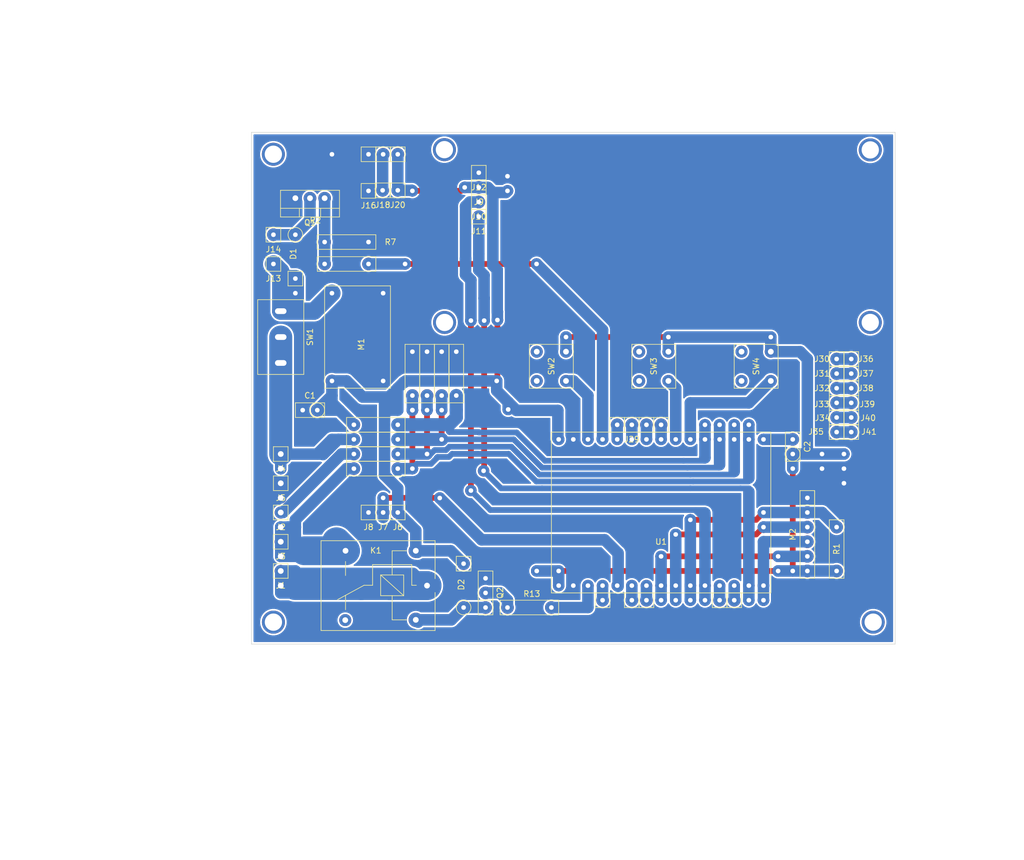
<source format=kicad_pcb>
(kicad_pcb (version 20171130) (host pcbnew "(5.1.6)-1")
  (layers (0 F.Cu signal hide) (31 B.Cu signal hide) (34 B.Paste user hide) (35 F.Paste user hide) (36 B.SilkS user hide) (37 F.SilkS user hide) (38 B.Mask user hide) (39 F.Mask user hide) (44 Edge.Cuts user))
  (net 0 "")
  (net 1 GND)
  (net 2 +5V)
  (net 3 +3V3)
  (net 4 "Net-(C2-Pad2)")
  (net 5 "Net-(D1-Pad2)")
  (net 6 "Net-(D2-Pad2)")
  (net 7 PUMP_IN)
  (net 8 PUMP_OUT)
  (net 9 PUMP2_IN)
  (net 10 LED_DATA)
  (net 11 SDA)
  (net 12 SCL)
  (net 13 +12V)
  (net 14 MISO)
  (net 15 SCLK)
  (net 16 MOSI)
  (net 17 SD_CS)
  (net 18 RELAY)
  (net 19 S_POUT)
  (net 20 S_PIN2)
  (net 21 S_12V)
  (net 22 S_5V)
  (net 23 BUTTON1)
  (net 24 BUTTON2)
  (net 25 BUTTON3)
  (net 26 ALARM)
  (net 27 RAW_12V)
  (net 28 "Net-(J17-Pad1)")
  (net 29 "Net-(Q2-Pad2)")
  (net 30 "Net-(Q1-Pad1)")
  (net 31 "Net-(J21-Pad1)")
  (net 32 "Net-(J22-Pad1)")
  (net 33 "Net-(J23-Pad1)")
  (net 34 "Net-(J24-Pad1)")
  (net 35 "Net-(J25-Pad1)")
  (net 36 "Net-(J26-Pad1)")
  (net 37 "Net-(J27-Pad1)")
  (net 38 "Net-(J28-Pad1)")
  (net 39 "Net-(J29-Pad1)")
  (net 40 "Net-(J30-Pad1)")
  (net 41 "Net-(J31-Pad1)")
  (net 42 "Net-(J32-Pad1)")
  (net 43 "Net-(J33-Pad1)")
  (net 44 "Net-(J34-Pad1)")
  (net 45 "Net-(J35-Pad1)")
  (module cnc3018-PCB:ESP32-DEV_0 (layer F.Cu) (at 71.12 -22.86)
    (fp_text reference U1 (at 0 5.08) (layer F.SilkS))
    (fp_text value ESP32_DEV_0)
    (pad 1 thru_hole circle (at -17.78 -12.7) (size 2 2) (drill 0.8) (layers *.Cu *.Mask) (net 2 +5V))
    (pad 2 thru_hole circle (at -15.24 -12.7) (size 2 2) (drill 0.8) (layers *.Cu *.Mask) (net 1 GND))
    (pad 3 thru_hole circle (at -12.7 -12.7) (size 2 2) (drill 0.8) (layers *.Cu *.Mask) (net 23 BUTTON1))
    (pad 4 thru_hole circle (at -10.16 -12.7) (size 2 2) (drill 0.8) (layers *.Cu *.Mask) (net 26 ALARM))
    (pad 5 thru_hole circle (at -7.62 -12.7) (size 2 2) (drill 0.8) (layers *.Cu *.Mask) (net 34 "Net-(J24-Pad1)"))
    (pad 6 thru_hole circle (at -5.08 -12.7) (size 2 2) (drill 0.8) (layers *.Cu *.Mask) (net 39 "Net-(J29-Pad1)"))
    (pad 7 thru_hole circle (at -2.54 -12.7) (size 2 2) (drill 0.8) (layers *.Cu *.Mask) (net 35 "Net-(J25-Pad1)"))
    (pad 8 thru_hole circle (at 0 -12.7) (size 2 2) (drill 0.8) (layers *.Cu *.Mask) (net 36 "Net-(J26-Pad1)"))
    (pad 9 thru_hole circle (at 2.54 -12.7) (size 2 2) (drill 0.8) (layers *.Cu *.Mask) (net 24 BUTTON2))
    (pad 10 thru_hole circle (at 5.08 -12.7) (size 2 2) (drill 0.8) (layers *.Cu *.Mask) (net 25 BUTTON3))
    (pad 11 thru_hole circle (at 7.62 -12.7) (size 2 2) (drill 0.8) (layers *.Cu *.Mask) (net 22 S_5V))
    (pad 12 thru_hole circle (at 10.16 -12.7) (size 2 2) (drill 0.8) (layers *.Cu *.Mask) (net 21 S_12V))
    (pad 13 thru_hole circle (at 12.7 -12.7) (size 2 2) (drill 0.8) (layers *.Cu *.Mask) (net 20 S_PIN2))
    (pad 14 thru_hole circle (at 15.24 -12.7) (size 2 2) (drill 0.8) (layers *.Cu *.Mask) (net 19 S_POUT))
    (pad 15 thru_hole circle (at 17.78 -12.7) (size 2 2) (drill 0.8) (layers *.Cu *.Mask) (net 4 "Net-(C2-Pad2)"))
    (pad 16 thru_hole circle (at 17.78 12.7) (size 2 2) (drill 0.8) (layers *.Cu *.Mask) (net 16 MOSI))
    (pad 17 thru_hole circle (at 15.24 12.7) (size 2 2) (drill 0.8) (layers *.Cu *.Mask) (net 12 SCL))
    (pad 18 thru_hole circle (at 12.7 12.7) (size 2 2) (drill 0.8) (layers *.Cu *.Mask) (net 38 "Net-(J28-Pad1)"))
    (pad 19 thru_hole circle (at 10.16 12.7) (size 2 2) (drill 0.8) (layers *.Cu *.Mask) (net 37 "Net-(J27-Pad1)"))
    (pad 20 thru_hole circle (at 7.62 12.7) (size 2 2) (drill 0.8) (layers *.Cu *.Mask) (net 11 SDA))
    (pad 21 thru_hole circle (at 5.08 12.7) (size 2 2) (drill 0.8) (layers *.Cu *.Mask) (net 14 MISO))
    (pad 22 thru_hole circle (at 2.54 12.7) (size 2 2) (drill 0.8) (layers *.Cu *.Mask) (net 15 SCLK))
    (pad 23 thru_hole circle (at 0 12.7) (size 2 2) (drill 0.8) (layers *.Cu *.Mask) (net 17 SD_CS))
    (pad 24 thru_hole circle (at -2.54 12.7) (size 2 2) (drill 0.8) (layers *.Cu *.Mask) (net 33 "Net-(J23-Pad1)"))
    (pad 25 thru_hole circle (at -5.08 12.7) (size 2 2) (drill 0.8) (layers *.Cu *.Mask) (net 32 "Net-(J22-Pad1)"))
    (pad 26 thru_hole circle (at -7.62 12.7) (size 2 2) (drill 0.8) (layers *.Cu *.Mask) (net 10 LED_DATA))
    (pad 27 thru_hole circle (at -10.16 12.7) (size 2 2) (drill 0.8) (layers *.Cu *.Mask) (net 31 "Net-(J21-Pad1)"))
    (pad 28 thru_hole circle (at -12.7 12.7) (size 2 2) (drill 0.8) (layers *.Cu *.Mask) (net 18 RELAY))
    (pad 29 thru_hole circle (at -15.24 12.7) (size 2 2) (drill 0.8) (layers *.Cu *.Mask) (net 1 GND))
    (pad 30 thru_hole circle (at -17.78 12.7) (size 2 2) (drill 0.8) (layers *.Cu *.Mask) (net 3 +3V3))
  )
  (module cnc3018-PCB:my1pin (layer F.Cu) (at 20.32 -78.74)
    (fp_text reference J16 (at 0 2.54) (layer F.SilkS))
    (fp_text value LED_GND)
    (pad 1 thru_hole circle (at 0 0) (size 2.2 2.2) (drill 0.8) (layers *.Cu *.Mask) (net 1 GND))
  )
  (module cnc3018-PCB:my2pin (layer F.Cu) (at 11.43 -40.64 180)
    (fp_text reference C1 (at 1.27 2.54) (layer F.SilkS))
    (fp_text value 47uf)
    (pad 2 thru_hole circle (at 2.54 0 180) (size 2.2 2.2) (drill 0.8) (layers *.Cu *.Mask) (net 1 GND))
    (pad 1 thru_hole circle (at 0 0 180) (size 2.2 2.2) (drill 0.8) (layers *.Cu *.Mask) (net 2 +5V))
  )
  (module cnc3018-PCB:my2pin (layer F.Cu) (at 93.98 -33.02 90)
    (fp_text reference C2 (at 1.27 2.54 90) (layer F.SilkS))
    (fp_text value 10uf)
    (pad 1 thru_hole circle (at 0 0 90) (size 2.2 2.2) (drill 0.8) (layers *.Cu *.Mask) (net 3 +3V3))
    (pad 2 thru_hole circle (at 2.54 0 90) (size 2.2 2.2) (drill 0.8) (layers *.Cu *.Mask) (net 4 "Net-(C2-Pad2)"))
  )
  (module cnc3018-PCB:my1pin (layer F.Cu) (at 5.08 -12.7)
    (fp_text reference J1 (at 0 2.54) (layer F.SilkS))
    (fp_text value "PUMP IN")
    (pad 1 thru_hole circle (at 0 0) (size 2.1 2.1) (drill 1) (layers *.Cu *.Mask) (net 7 PUMP_IN))
  )
  (module cnc3018-PCB:my1pin (layer F.Cu) (at 5.08 -17.78)
    (fp_text reference J3 (at 0 2.54) (layer F.SilkS))
    (fp_text value "PUMP OUT")
    (pad 1 thru_hole circle (at 0 0) (size 2.1 2.1) (drill 1) (layers *.Cu *.Mask) (net 8 PUMP_OUT))
  )
  (module cnc3018-PCB:my1pin (layer F.Cu) (at 5.08 -22.86)
    (fp_text reference J2 (at 0 2.54) (layer F.SilkS))
    (fp_text value "PUMP2 IN")
    (pad 1 thru_hole circle (at 0 0) (size 2.1 2.1) (drill 1) (layers *.Cu *.Mask) (net 9 PUMP2_IN))
  )
  (module cnc3018-PCB:my1pin (layer F.Cu) (at 5.08 -33.02)
    (fp_text reference J4 (at 0 2.54) (layer F.SilkS))
    (fp_text value 12V)
    (pad 1 thru_hole circle (at 0 0) (size 2.1 2.1) (drill 1) (layers *.Cu *.Mask) (net 27 RAW_12V))
  )
  (module cnc3018-PCB:my1pin (layer F.Cu) (at 5.08 -27.94)
    (fp_text reference J5 (at 0 2.54) (layer F.SilkS))
    (fp_text value GND)
    (pad 1 thru_hole circle (at 0 0) (size 2.1 2.1) (drill 1) (layers *.Cu *.Mask) (net 1 GND))
  )
  (module cnc3018-PCB:my1pin (layer F.Cu) (at 25.4 -22.86)
    (fp_text reference J6 (at 0 2.54) (layer F.SilkS))
    (fp_text value LED_5V)
    (pad 1 thru_hole circle (at 0 0) (size 2.2 2.2) (drill 0.8) (layers *.Cu *.Mask) (net 2 +5V))
  )
  (module cnc3018-PCB:my1pin (layer F.Cu) (at 22.86 -22.86)
    (fp_text reference J7 (at 0 2.54) (layer F.SilkS))
    (fp_text value LED_DATA)
    (pad 1 thru_hole circle (at 0 0) (size 2.2 2.2) (drill 0.8) (layers *.Cu *.Mask) (net 10 LED_DATA))
  )
  (module cnc3018-PCB:my1pin (layer F.Cu) (at 20.32 -22.86)
    (fp_text reference J8 (at 0 2.54) (layer F.SilkS))
    (fp_text value LED_GND)
    (pad 1 thru_hole circle (at 0 0) (size 2.2 2.2) (drill 0.8) (layers *.Cu *.Mask) (net 1 GND))
  )
  (module cnc3018-PCB:my1pin (layer F.Cu) (at 39.47 -79.34)
    (fp_text reference J9 (at 0 2.54) (layer F.SilkS))
    (fp_text value LCD_5V)
    (pad 1 thru_hole circle (at 0 0) (size 2.2 2.2) (drill 0.8) (layers *.Cu *.Mask) (net 2 +5V))
  )
  (module cnc3018-PCB:my1pin (layer F.Cu) (at 39.47 -76.8)
    (fp_text reference J10 (at 0 2.54) (layer F.SilkS))
    (fp_text value LCD_SDA)
    (pad 1 thru_hole circle (at 0 0) (size 2.2 2.2) (drill 0.8) (layers *.Cu *.Mask) (net 11 SDA))
  )
  (module cnc3018-PCB:my1pin (layer F.Cu) (at 39.47 -74.26)
    (fp_text reference J11 (at 0 2.54) (layer F.SilkS))
    (fp_text value LCD_SCL)
    (pad 1 thru_hole circle (at 0 0) (size 2.2 2.2) (drill 0.8) (layers *.Cu *.Mask) (net 12 SCL))
  )
  (module cnc3018-PCB:my1pin (layer F.Cu) (at 39.47 -81.89)
    (fp_text reference J12 (at 0 2.54) (layer F.SilkS))
    (fp_text value LCD_GND)
    (pad 1 thru_hole circle (at 0 0) (size 2.2 2.2) (drill 0.8) (layers *.Cu *.Mask) (net 1 GND))
  )
  (module cnc3018-PCB:my1pin (layer F.Cu) (at 3.81 -66.04)
    (fp_text reference J13 (at 0 2.54) (layer F.SilkS))
    (fp_text value ALARM+)
    (pad 1 thru_hole circle (at 0 0) (size 2.2 2.2) (drill 0.8) (layers *.Cu *.Mask) (net 13 +12V))
  )
  (module cnc3018-PCB:my1pin (layer F.Cu) (at 3.81 -71.12)
    (fp_text reference J14 (at 0 2.54) (layer F.SilkS))
    (fp_text value ALARM-)
    (pad 1 thru_hole circle (at 0 0) (size 2.2 2.2) (drill 0.8) (layers *.Cu *.Mask) (net 5 "Net-(D1-Pad2)"))
  )
  (module Relay_THT:Relay_SPDT_SANYOU_SRD_Series_Form_C (layer F.Cu) (at 30.48 -10.16 180)
    (fp_text reference K1 (at 8.89 6.096) (layer F.SilkS))
    (fp_text value RELAY)
    (pad 2 thru_hole circle (at 1.95 6.05 270) (size 2.5 2.5) (drill 1) (layers *.Cu *.Mask) (net 2 +5V))
    (pad 3 thru_hole circle (at 14.15 6.05 180) (size 2.1 2.1) (drill 1) (layers *.Cu *.Mask) (net 8 PUMP_OUT))
    (pad 4 thru_hole circle (at 14.2 -6 180) (size 2.1 2.1) (drill 1) (layers *.Cu *.Mask))
    (pad 5 thru_hole circle (at 1.95 -5.95 270) (size 2.5 2.5) (drill 1) (layers *.Cu *.Mask) (net 6 "Net-(D2-Pad2)"))
    (pad 1 thru_hole circle (at 0 0 180) (size 2.1 2.1) (drill 1) (layers *.Cu *.Mask) (net 7 PUMP_IN))
  )
  (module cnc3018-PCB:BUCK01 (layer F.Cu) (at 22.86 -55.88 270)
    (fp_text reference M1 (at 3.81 3.81 90) (layer F.SilkS))
    (fp_text value BUCK01)
    (pad 1 thru_hole circle (at -5.08 0 270) (size 2.2 2.2) (drill 0.8) (layers *.Cu *.Mask) (net 1 GND))
    (pad 2 thru_hole circle (at 10.16 0 270) (size 2.2 2.2) (drill 0.8) (layers *.Cu *.Mask) (net 1 GND))
    (pad 3 thru_hole circle (at 10.16 8.89 270) (size 2.2 2.2) (drill 0.8) (layers *.Cu *.Mask) (net 2 +5V))
    (pad 4 thru_hole circle (at -5.08 8.89 270) (size 2.2 2.2) (drill 0.8) (layers *.Cu *.Mask) (net 13 +12V))
  )
  (module cnc3018-PCB:my6Pin (layer F.Cu) (at 96.52 -25.4 270)
    (fp_text reference M2 (at 6.35 2.54 90) (layer F.SilkS))
    (fp_text value SD_TYP0)
    (pad 1 thru_hole circle (at 0 0 270) (size 2.2 2.2) (drill 0.8) (layers *.Cu *.Mask) (net 1 GND))
    (pad 2 thru_hole circle (at 2.54 0 270) (size 2.2 2.2) (drill 0.8) (layers *.Cu *.Mask) (net 14 MISO))
    (pad 3 thru_hole circle (at 5.08 0 270) (size 2.2 2.2) (drill 0.8) (layers *.Cu *.Mask) (net 15 SCLK))
    (pad 4 thru_hole circle (at 7.62 0 270) (size 2.2 2.2) (drill 0.8) (layers *.Cu *.Mask) (net 16 MOSI))
    (pad 5 thru_hole circle (at 10.16 0 270) (size 2.2 2.2) (drill 0.8) (layers *.Cu *.Mask) (net 17 SD_CS))
    (pad 6 thru_hole circle (at 12.7 0 270) (size 2.2 2.2) (drill 0.8) (layers *.Cu *.Mask) (net 3 +3V3))
  )
  (module cnc3018-PCB:myResistor (layer F.Cu) (at 101.6 -20.32 270)
    (fp_text reference R1 (at 3.81 0 90) (layer F.SilkS))
    (fp_text value 10K)
    (pad 2 thru_hole circle (at 7.62 0 270) (size 2.2 2.2) (drill 0.8) (layers *.Cu *.Mask) (net 3 +3V3))
    (pad 1 thru_hole circle (at 0 0 270) (size 2.2 2.2) (drill 0.8) (layers *.Cu *.Mask) (net 14 MISO))
  )
  (module cnc3018-PCB:myResistor (layer F.Cu) (at 17.78 -30.48)
    (fp_text reference R3)
    (fp_text value 4.7K)
    (pad 1 thru_hole circle (at 0 0) (size 2.2 2.2) (drill 0.8) (layers *.Cu *.Mask) (net 8 PUMP_OUT))
    (pad 2 thru_hole circle (at 7.62 0) (size 2.2 2.2) (drill 0.8) (layers *.Cu *.Mask) (net 19 S_POUT))
  )
  (module cnc3018-PCB:myResistor (layer F.Cu) (at 17.78 -33.02)
    (fp_text reference R4)
    (fp_text value 4.7K)
    (pad 2 thru_hole circle (at 7.62 0) (size 2.2 2.2) (drill 0.8) (layers *.Cu *.Mask) (net 20 S_PIN2))
    (pad 1 thru_hole circle (at 0 0) (size 2.2 2.2) (drill 0.8) (layers *.Cu *.Mask) (net 9 PUMP2_IN))
  )
  (module cnc3018-PCB:myResistor (layer F.Cu) (at 17.78 -35.56)
    (fp_text reference R5)
    (fp_text value 4.7K)
    (pad 2 thru_hole circle (at 7.62 0) (size 2.2 2.2) (drill 0.8) (layers *.Cu *.Mask) (net 21 S_12V))
    (pad 1 thru_hole circle (at 0 0) (size 2.2 2.2) (drill 0.8) (layers *.Cu *.Mask) (net 27 RAW_12V))
  )
  (module cnc3018-PCB:myResistor (layer F.Cu) (at 17.78 -38.1)
    (fp_text reference R6 hide)
    (fp_text value 10K)
    (pad 2 thru_hole circle (at 7.62 0) (size 2.2 2.2) (drill 0.8) (layers *.Cu *.Mask) (net 22 S_5V))
    (pad 1 thru_hole circle (at 0 0) (size 2.2 2.2) (drill 0.8) (layers *.Cu *.Mask) (net 2 +5V))
  )
  (module cnc3018-PCB:myResistor (layer F.Cu) (at 27.94 -43.18 90)
    (fp_text reference R8)
    (fp_text value 1K)
    (pad 2 thru_hole circle (at 7.62 0 90) (size 2.2 2.2) (drill 0.8) (layers *.Cu *.Mask) (net 1 GND))
    (pad 1 thru_hole circle (at 0 0 90) (size 2.2 2.2) (drill 0.8) (layers *.Cu *.Mask) (net 19 S_POUT))
  )
  (module cnc3018-PCB:myResistor (layer F.Cu) (at 30.48 -43.18 90)
    (fp_text reference R9)
    (fp_text value 1K)
    (pad 2 thru_hole circle (at 7.62 0 90) (size 2.2 2.2) (drill 0.8) (layers *.Cu *.Mask) (net 1 GND))
    (pad 1 thru_hole circle (at 0 0 90) (size 2.2 2.2) (drill 0.8) (layers *.Cu *.Mask) (net 20 S_PIN2))
  )
  (module cnc3018-PCB:myResistor (layer F.Cu) (at 33.02 -43.18 90)
    (fp_text reference R10)
    (fp_text value 1K)
    (pad 2 thru_hole circle (at 7.62 0 90) (size 2.2 2.2) (drill 0.8) (layers *.Cu *.Mask) (net 1 GND))
    (pad 1 thru_hole circle (at 0 0 90) (size 2.2 2.2) (drill 0.8) (layers *.Cu *.Mask) (net 21 S_12V))
  )
  (module cnc3018-PCB:myResistor (layer F.Cu) (at 35.56 -43.18 90)
    (fp_text reference R11)
    (fp_text value 10K)
    (pad 2 thru_hole circle (at 7.62 0 90) (size 2.2 2.2) (drill 0.8) (layers *.Cu *.Mask) (net 1 GND))
    (pad 1 thru_hole circle (at 0 0 90) (size 2.2 2.2) (drill 0.8) (layers *.Cu *.Mask) (net 22 S_5V))
  )
  (module cnc3018-PCB:myResistor (layer F.Cu) (at 44.45 -6.35)
    (fp_text reference R13 (at 4.225 -2.375) (layer F.SilkS))
    (fp_text value 1K)
    (pad 1 thru_hole circle (at 0 0) (size 2.2 2.2) (drill 0.8) (layers *.Cu *.Mask) (net 29 "Net-(Q2-Pad2)"))
    (pad 2 thru_hole circle (at 7.62 0) (size 2.2 2.2) (drill 0.8) (layers *.Cu *.Mask) (net 18 RELAY))
  )
  (module cnc3018-PCB:SW_DPDT_BLUE_LEVER (layer F.Cu) (at 5.08 -53.34 90)
    (fp_text reference SW1 (at 0 5.08 90) (layer F.SilkS))
    (fp_text value POWER)
    (pad 2 thru_hole oval (at 0 0 90) (size 2 3) (drill oval 1 2) (layers *.Cu *.Mask) (net 27 RAW_12V))
    (pad 1 thru_hole oval (at -4.5 0 90) (size 2 3) (drill oval 1 2) (layers *.Cu *.Mask) (net 27 RAW_12V))
    (pad 3 thru_hole oval (at 4.5 0 90) (size 2 3) (drill oval 1 2) (layers *.Cu *.Mask) (net 13 +12V))
  )
  (module cnc3018-PCB:BUTTON (layer F.Cu) (at 52.07 -48.26 90)
    (fp_text reference SW2 (at 0 0 90) (layer F.SilkS))
    (fp_text value BUTTON1)
    (pad 3 thru_hole circle (at -2.54 -2.54 90) (size 2.1 2.1) (drill 1) (layers *.Cu *.Mask))
    (pad 4 thru_hole circle (at 2.54 -2.54 90) (size 2.1 2.1) (drill 1) (layers *.Cu *.Mask))
    (pad 2 thru_hole circle (at -2.54 2.54 90) (size 2.1 2.1) (drill 1) (layers *.Cu *.Mask) (net 23 BUTTON1))
    (pad 1 thru_hole circle (at 2.54 2.54 90) (size 2.1 2.1) (drill 1) (layers *.Cu *.Mask) (net 3 +3V3))
  )
  (module cnc3018-PCB:BUTTON (layer F.Cu) (at 69.85 -48.26 90)
    (fp_text reference SW3 (at 0 0 90) (layer F.SilkS))
    (fp_text value BUTTON2)
    (pad 1 thru_hole circle (at 2.54 2.54 90) (size 2.1 2.1) (drill 1) (layers *.Cu *.Mask) (net 3 +3V3))
    (pad 2 thru_hole circle (at -2.54 2.54 90) (size 2.1 2.1) (drill 1) (layers *.Cu *.Mask) (net 24 BUTTON2))
    (pad 4 thru_hole circle (at 2.54 -2.54 90) (size 2.1 2.1) (drill 1) (layers *.Cu *.Mask))
    (pad 3 thru_hole circle (at -2.54 -2.54 90) (size 2.1 2.1) (drill 1) (layers *.Cu *.Mask))
  )
  (module cnc3018-PCB:BUTTON (layer F.Cu) (at 87.63 -48.26 90)
    (fp_text reference SW4 (at 0 0 90) (layer F.SilkS))
    (fp_text value BUTTON3)
    (pad 3 thru_hole circle (at -2.54 -2.54 90) (size 2.1 2.1) (drill 1) (layers *.Cu *.Mask))
    (pad 4 thru_hole circle (at 2.54 -2.54 90) (size 2.1 2.1) (drill 1) (layers *.Cu *.Mask))
    (pad 2 thru_hole circle (at -2.54 2.54 90) (size 2.1 2.1) (drill 1) (layers *.Cu *.Mask) (net 25 BUTTON3))
    (pad 1 thru_hole circle (at 2.54 2.54 90) (size 2.1 2.1) (drill 1) (layers *.Cu *.Mask) (net 3 +3V3))
  )
  (module cnc3018-PCB:my1pin (layer F.Cu) (at 20.32 -85.09 90)
    (fp_text reference J15)
    (fp_text value LED_GND)
    (pad 1 thru_hole circle (at 0 0 90) (size 2.2 2.2) (drill 0.8) (layers *.Cu *.Mask) (net 1 GND))
  )
  (module cnc3018-PCB:my1pin (layer F.Cu) (at 22.86 -85.09)
    (fp_text reference J17)
    (fp_text value LED_DATA)
    (pad 1 thru_hole circle (at 0 0) (size 2.2 2.2) (drill 0.8) (layers *.Cu *.Mask) (net 28 "Net-(J17-Pad1)"))
  )
  (module cnc3018-PCB:my1pin (layer F.Cu) (at 22.770001 -78.829999)
    (fp_text reference J18 (at 0 2.54) (layer F.SilkS))
    (fp_text value LED_DATA)
    (pad 1 thru_hole circle (at 0 0) (size 2.2 2.2) (drill 0.8) (layers *.Cu *.Mask) (net 28 "Net-(J17-Pad1)"))
  )
  (module cnc3018-PCB:my1pin (layer F.Cu) (at 25.4 -85.09)
    (fp_text reference J19)
    (fp_text value LED_5V)
    (pad 1 thru_hole circle (at 0 0) (size 2.2 2.2) (drill 0.8) (layers *.Cu *.Mask) (net 2 +5V))
  )
  (module cnc3018-PCB:my1pin (layer F.Cu) (at 25.4 -78.829999)
    (fp_text reference J20 (at 0 2.54) (layer F.SilkS))
    (fp_text value LED_5V)
    (pad 1 thru_hole circle (at 0 0) (size 2.2 2.2) (drill 0.8) (layers *.Cu *.Mask) (net 2 +5V))
  )
  (module cnc3018-PCB:my3pin (layer F.Cu) (at 40.64 -8.89 90)
    (fp_text reference Q2 (at 0 2.54 90) (layer F.SilkS))
    (fp_text value BCS547)
    (pad 1 thru_hole circle (at -2.54 0 90) (size 2.2 2.2) (drill 0.8) (layers *.Cu *.Mask) (net 6 "Net-(D2-Pad2)"))
    (pad 2 thru_hole circle (at 0 0 90) (size 2.2 2.2) (drill 0.8) (layers *.Cu *.Mask) (net 29 "Net-(Q2-Pad2)"))
    (pad 3 thru_hole circle (at 2.54 0 90) (size 2.2 2.2) (drill 0.8) (layers *.Cu *.Mask) (net 1 GND))
  )
  (module cnc3018-PCB:mySkip2 (layer F.Cu) (at 36.83 -13.97 270)
    (fp_text reference D2 (at 3.645 0.405 90) (layer F.SilkS))
    (fp_text value 1N4005)
    (pad 1 thru_hole circle (at 0 0 270) (size 2.2 2.2) (drill 0.8) (layers *.Cu *.Mask) (net 2 +5V))
    (pad 2 thru_hole circle (at 7.62 0 270) (size 2.2 2.2) (drill 0.8) (layers *.Cu *.Mask) (net 6 "Net-(D2-Pad2)"))
  )
  (module Package_TO_SOT_THT:TO-220-3_Vertical (layer F.Cu) (at 12.7 -77.47 180)
    (fp_text reference Q1 (at 2.54 -4.27) (layer F.SilkS))
    (fp_text value IRLZ44N)
    (pad 1 thru_hole circle (at 0 0 180) (size 2.2 2.2) (drill 1) (layers *.Cu *.Mask) (net 30 "Net-(Q1-Pad1)"))
    (pad 2 thru_hole circle (at 2.54 0 180) (size 2.2 2.2) (drill 1) (layers *.Cu *.Mask) (net 5 "Net-(D1-Pad2)"))
    (pad 3 thru_hole circle (at 5.08 0 180) (size 2.2 2.2) (drill 1) (layers *.Cu *.Mask) (net 1 GND))
  )
  (module cnc3018-PCB:myResistor (layer F.Cu) (at 20.32 -66.04 180)
    (fp_text reference R2 (at 9.217999 7.559999) (layer F.SilkS))
    (fp_text value 220)
    (pad 1 thru_hole circle (at 0 0 180) (size 2.2 2.2) (drill 0.8) (layers *.Cu *.Mask) (net 26 ALARM))
    (pad 2 thru_hole circle (at 7.62 0 180) (size 2.2 2.2) (drill 0.8) (layers *.Cu *.Mask) (net 30 "Net-(Q1-Pad1)"))
  )
  (module cnc3018-PCB:myResistor (layer F.Cu) (at 12.7 -69.85)
    (fp_text reference R7 (at 11.43 0) (layer F.SilkS))
    (fp_text value 10K)
    (pad 2 thru_hole circle (at 7.62 0) (size 2.2 2.2) (drill 0.8) (layers *.Cu *.Mask) (net 1 GND))
    (pad 1 thru_hole circle (at 0 0) (size 2.2 2.2) (drill 0.8) (layers *.Cu *.Mask) (net 30 "Net-(Q1-Pad1)"))
  )
  (module cnc3018-PCB:mySkip2 (layer F.Cu) (at 7.62 -63.5 90)
    (fp_text reference D1 (at 4.275 -0.37 90) (layer F.SilkS))
    (fp_text value 1N5818)
    (pad 1 thru_hole circle (at 0 0 90) (size 2.2 2.2) (drill 0.8) (layers *.Cu *.Mask) (net 13 +12V))
    (pad 2 thru_hole circle (at 7.62 0 90) (size 2.2 2.2) (drill 0.8) (layers *.Cu *.Mask) (net 5 "Net-(D1-Pad2)"))
  )
  (module cnc3018-PCB:my1pin (layer F.Cu) (at 60.96 -7.62)
    (fp_text reference J21)
    (fp_text value AUX)
    (pad 1 thru_hole circle (at 0 0) (size 2.2 2.2) (drill 0.8) (layers *.Cu *.Mask) (net 31 "Net-(J21-Pad1)"))
  )
  (module cnc3018-PCB:my1pin (layer F.Cu) (at 66.04 -7.62)
    (fp_text reference J22)
    (fp_text value AUX)
    (pad 1 thru_hole circle (at 0 0) (size 2.2 2.2) (drill 0.8) (layers *.Cu *.Mask) (net 32 "Net-(J22-Pad1)"))
  )
  (module cnc3018-PCB:my1pin (layer F.Cu) (at 68.58 -7.62)
    (fp_text reference J23)
    (fp_text value AUX)
    (pad 1 thru_hole circle (at 0 0) (size 2.2 2.2) (drill 0.8) (layers *.Cu *.Mask) (net 33 "Net-(J23-Pad1)"))
  )
  (module cnc3018-PCB:my1pin (layer F.Cu) (at 63.5 -38.1)
    (fp_text reference J24)
    (fp_text value AUX)
    (pad 1 thru_hole circle (at 0 0) (size 2.2 2.2) (drill 0.8) (layers *.Cu *.Mask) (net 34 "Net-(J24-Pad1)"))
  )
  (module cnc3018-PCB:my1pin (layer F.Cu) (at 68.58 -38.1)
    (fp_text reference J25)
    (fp_text value AUX)
    (pad 1 thru_hole circle (at 0 0) (size 2.2 2.2) (drill 0.8) (layers *.Cu *.Mask) (net 35 "Net-(J25-Pad1)"))
  )
  (module cnc3018-PCB:my1pin (layer F.Cu) (at 71.12 -38.1)
    (fp_text reference J26)
    (fp_text value AUX)
    (pad 1 thru_hole circle (at 0 0) (size 2.2 2.2) (drill 0.8) (layers *.Cu *.Mask) (net 36 "Net-(J26-Pad1)"))
  )
  (module cnc3018-PCB:my1pin (layer F.Cu) (at 81.28 -7.62)
    (fp_text reference J27)
    (fp_text value AUX)
    (pad 1 thru_hole circle (at 0 0) (size 2.2 2.2) (drill 0.8) (layers *.Cu *.Mask) (net 37 "Net-(J27-Pad1)"))
  )
  (module cnc3018-PCB:my1pin (layer F.Cu) (at 83.82 -7.62)
    (fp_text reference J28)
    (fp_text value AUX)
    (pad 1 thru_hole circle (at 0 0) (size 2.2 2.2) (drill 0.8) (layers *.Cu *.Mask) (net 38 "Net-(J28-Pad1)"))
  )
  (module cnc3018-PCB:my1pin (layer F.Cu) (at 66.04 -38.1)
    (fp_text reference J29 (at 0 2.54) (layer F.SilkS))
    (fp_text value AUX)
    (pad 1 thru_hole circle (at 0 0) (size 2.2 2.2) (drill 0.8) (layers *.Cu *.Mask) (net 39 "Net-(J29-Pad1)"))
  )
  (module cnc3018-PCB:my1pin (layer F.Cu) (at 101.6 -49.53)
    (fp_text reference J30 (at -2.54 0) (layer F.SilkS))
    (fp_text value AUX hide)
    (pad 1 thru_hole circle (at 0 0) (size 2.2 2.2) (drill 0.8) (layers *.Cu *.Mask) (net 40 "Net-(J30-Pad1)"))
  )
  (module cnc3018-PCB:my1pin (layer F.Cu) (at 101.6 -46.99)
    (fp_text reference J31 (at -2.54 0) (layer F.SilkS))
    (fp_text value AUX)
    (pad 1 thru_hole circle (at 0 0) (size 2.2 2.2) (drill 0.8) (layers *.Cu *.Mask) (net 41 "Net-(J31-Pad1)"))
  )
  (module cnc3018-PCB:my1pin (layer F.Cu) (at 101.6 -44.45)
    (fp_text reference J32 (at -2.54 0) (layer F.SilkS))
    (fp_text value AUX)
    (pad 1 thru_hole circle (at 0 0) (size 2.2 2.2) (drill 0.8) (layers *.Cu *.Mask) (net 42 "Net-(J32-Pad1)"))
  )
  (module cnc3018-PCB:my1pin (layer F.Cu) (at 101.6 -41.91)
    (fp_text reference J33 (at -2.600001 0.239999) (layer F.SilkS))
    (fp_text value AUX)
    (pad 1 thru_hole circle (at 0 0) (size 2.2 2.2) (drill 0.8) (layers *.Cu *.Mask) (net 43 "Net-(J33-Pad1)"))
  )
  (module cnc3018-PCB:my1pin (layer F.Cu) (at 101.6 -39.37)
    (fp_text reference J34 (at -2.450001 0.089999) (layer F.SilkS))
    (fp_text value AUX)
    (pad 1 thru_hole circle (at 0 0) (size 2.2 2.2) (drill 0.8) (layers *.Cu *.Mask) (net 44 "Net-(J34-Pad1)"))
  )
  (module cnc3018-PCB:my1pin (layer F.Cu) (at 101.6 -36.83)
    (fp_text reference J35 (at -3.570001 -0.060001) (layer F.SilkS))
    (fp_text value AUX)
    (pad 1 thru_hole circle (at 0 0) (size 2.2 2.2) (drill 0.8) (layers *.Cu *.Mask) (net 45 "Net-(J35-Pad1)"))
  )
  (module cnc3018-PCB:my1pin (layer F.Cu) (at 104.14 -49.53)
    (fp_text reference J36 (at 2.54 0) (layer F.SilkS))
    (fp_text value AUX)
    (pad 1 thru_hole circle (at 0 0) (size 2.2 2.2) (drill 0.8) (layers *.Cu *.Mask) (net 40 "Net-(J30-Pad1)"))
  )
  (module cnc3018-PCB:my1pin (layer F.Cu) (at 104.14 -46.99)
    (fp_text reference J37 (at 2.54 0) (layer F.SilkS))
    (fp_text value AUX)
    (pad 1 thru_hole circle (at 0 0) (size 2.2 2.2) (drill 0.8) (layers *.Cu *.Mask) (net 41 "Net-(J31-Pad1)"))
  )
  (module cnc3018-PCB:my1pin (layer F.Cu) (at 104.14 -44.45)
    (fp_text reference J38 (at 2.54 0) (layer F.SilkS))
    (fp_text value AUX)
    (pad 1 thru_hole circle (at 0 0) (size 2.2 2.2) (drill 0.8) (layers *.Cu *.Mask) (net 42 "Net-(J32-Pad1)"))
  )
  (module cnc3018-PCB:my1pin (layer F.Cu) (at 104.14 -41.91)
    (fp_text reference J39 (at 2.779999 0.239999) (layer F.SilkS))
    (fp_text value AUX)
    (pad 1 thru_hole circle (at 0 0) (size 2.2 2.2) (drill 0.8) (layers *.Cu *.Mask) (net 43 "Net-(J33-Pad1)"))
  )
  (module cnc3018-PCB:my1pin (layer F.Cu) (at 104.14 -39.37)
    (fp_text reference J40 (at 2.929999 0.089999) (layer F.SilkS))
    (fp_text value AUX)
    (pad 1 thru_hole circle (at 0 0) (size 2.2 2.2) (drill 0.8) (layers *.Cu *.Mask) (net 44 "Net-(J34-Pad1)"))
  )
  (module cnc3018-PCB:my1pin (layer F.Cu) (at 104.14 -36.83)
    (fp_text reference J41 (at 3.079999 -0.060001) (layer F.SilkS))
    (fp_text value AUX)
    (pad 1 thru_hole circle (at 0 0) (size 2.2 2.2) (drill 0.8) (layers *.Cu *.Mask) (net 45 "Net-(J35-Pad1)"))
  )
  (gr_line (start 111.76 -88.9) (end 0 -88.9) (layer Edge.Cuts) (width 0.1))
  (gr_line (start 111.76 0) (end 111.76 -88.9) (layer Edge.Cuts) (width 0.1))
  (gr_line (start 0 0) (end 111.76 0) (layer Edge.Cuts) (width 0.1))
  (gr_line (start 0 -88.9) (end 0 0) (layer Edge.Cuts) (width 0.1))
  (via (at 107.442 -85.852) (size 4) (drill 3) (layers F.Cu B.Cu) (net 0))
  (via (at 107.95 -3.81) (size 4) (drill 3) (layers F.Cu B.Cu) (net 0))
  (via (at 33.528 -55.88) (size 4) (drill 3) (layers F.Cu B.Cu) (net 0))
  (via (at 3.81 -3.81) (size 4) (drill 3) (layers F.Cu B.Cu) (net 0))
  (via (at 107.442 -55.88) (size 4) (drill 3) (layers F.Cu B.Cu) (net 0))
  (via (at 33.5 -85.9) (size 4) (drill 3) (layers F.Cu B.Cu) (net 0))
  (via (at 3.8 -85.1) (size 4) (drill 3) (layers F.Cu B.Cu) (net 0))
  (via (at 99.06 -30.48) (size 2) (drill 0.8) (layers F.Cu B.Cu) (net 1))
  (via (at 102.87 -30.48) (size 2) (drill 0.8) (layers F.Cu B.Cu) (net 1))
  (via (at 44.45 -81.28) (size 2) (drill 0.8) (layers F.Cu B.Cu) (net 1))
  (via (at 13.97 -85.09) (size 2) (drill 0.8) (layers F.Cu B.Cu) (net 1))
  (via (at 102.87 -27.94) (size 2) (drill 0.8) (layers F.Cu B.Cu) (net 1))
  (via (at 5.08 -25.4) (size 2) (drill 1) (layers F.Cu B.Cu) (net 1))
  (segment (start 13.97 -45.72) (end 16.51 -45.72) (width 2) (layer B.Cu) (net 2))
  (segment (start 28.53 -19.73) (end 28.53 -16.21) (width 2) (layer B.Cu) (net 2))
  (segment (start 13.97 -43.18) (end 11.43 -40.64) (width 2) (layer B.Cu) (net 2))
  (segment (start 15.24 -40.64) (end 17.78 -38.1) (width 2) (layer B.Cu) (net 2))
  (segment (start 11.43 -40.64) (end 15.24 -40.64) (width 2) (layer B.Cu) (net 2))
  (segment (start 13.97 -41.91) (end 15.24 -40.64) (width 2) (layer B.Cu) (net 2))
  (segment (start 13.97 -43.18) (end 13.97 -41.91) (width 2) (layer B.Cu) (net 2))
  (segment (start 25.4 -22.86) (end 27.305 -20.955) (width 2) (layer B.Cu) (net 2))
  (segment (start 27.305 -20.955) (end 28.53 -19.73) (width 2) (layer B.Cu) (net 2))
  (segment (start 13.97 -45.72) (end 13.97 -44.45) (width 2) (layer B.Cu) (net 2))
  (segment (start 13.97 -44.45) (end 13.97 -43.18) (width 2) (layer B.Cu) (net 2))
  (segment (start 16.51 -45.72) (end 17.145 -45.085) (width 2) (layer B.Cu) (net 2))
  (segment (start 18.415 -43.815) (end 16.51 -45.72) (width 2) (layer B.Cu) (net 2))
  (segment (start 17.145 -45.085) (end 18.415 -43.815) (width 2) (layer B.Cu) (net 2))
  (via (at 27.94 -78.74) (size 2) (drill 0.8) (layers F.Cu B.Cu) (net 2))
  (segment (start 39.47 -79.34) (end 37.0174 -79.34) (width 2) (layer B.Cu) (net 2))
  (segment (start 37.0174 -79.34) (end 37.0174 -79.34) (width 2) (layer B.Cu) (net 2))
  (via (at 37.0174 -79.34) (size 2) (drill 0.8) (layers F.Cu B.Cu) (net 2))
  (segment (start 18.415 -43.815) (end 19.304 -42.926) (width 2) (layer B.Cu) (net 2))
  (segment (start 19.304 -42.926) (end 23.876 -42.926) (width 2) (layer B.Cu) (net 2))
  (segment (start 23.099999 -29.351001) (end 23.099999 -42.149999) (width 2) (layer B.Cu) (net 2))
  (segment (start 23.099999 -42.149999) (end 23.876 -42.926) (width 2) (layer B.Cu) (net 2))
  (segment (start 28.82002 -15.91998) (end 28.53 -16.21) (width 2) (layer B.Cu) (net 2))
  (segment (start 25.4 -27.051) (end 25.4 -22.86) (width 2) (layer B.Cu) (net 2))
  (segment (start 23.099999 -29.351001) (end 25.4 -27.051) (width 2) (layer B.Cu) (net 2))
  (segment (start 27.850001 -78.829999) (end 27.94 -78.74) (width 2) (layer B.Cu) (net 2))
  (segment (start 25.4 -78.829999) (end 27.850001 -78.829999) (width 2) (layer B.Cu) (net 2))
  (segment (start 36.4174 -78.74) (end 37.0174 -79.34) (width 1) (layer F.Cu) (net 2))
  (segment (start 27.94 -78.74) (end 36.4174 -78.74) (width 1) (layer F.Cu) (net 2))
  (segment (start 41.91 -78.455634) (end 41.91 -65.786) (width 2) (layer B.Cu) (net 2))
  (segment (start 41.025634 -79.34) (end 41.91 -78.455634) (width 2) (layer B.Cu) (net 2))
  (segment (start 41.91 -65.786) (end 42.672 -65.024) (width 2) (layer B.Cu) (net 2))
  (segment (start 39.47 -79.34) (end 41.025634 -79.34) (width 2) (layer B.Cu) (net 2))
  (segment (start 34.59 -16.21) (end 36.83 -13.97) (width 2) (layer B.Cu) (net 2))
  (segment (start 28.53 -16.21) (end 34.59 -16.21) (width 2) (layer B.Cu) (net 2))
  (segment (start 42.672 -57.772) (end 42.7 -57.744) (width 2) (layer B.Cu) (net 2))
  (segment (start 42.672 -65.024) (end 42.672 -57.772) (width 2) (layer B.Cu) (net 2))
  (segment (start 42.7 -57.744) (end 42.7 -56.3) (width 2) (layer B.Cu) (net 2))
  (segment (start 26.430001 -45.480001) (end 26.557001 -45.480001) (width 2) (layer B.Cu) (net 2))
  (segment (start 26.797 -45.72) (end 42.58 -45.72) (width 2) (layer B.Cu) (net 2))
  (segment (start 26.557001 -45.480001) (end 26.797 -45.72) (width 2) (layer B.Cu) (net 2))
  (segment (start 42.7 -56.3) (end 42.7 -56.3) (width 2) (layer B.Cu) (net 2))
  (via (at 42.7 -56.3) (size 2) (drill 0.8) (layers F.Cu B.Cu) (net 2))
  (segment (start 42.58 -45.72) (end 42.58 -45.72) (width 2) (layer B.Cu) (net 2))
  (via (at 42.58 -45.72) (size 2) (drill 0.8) (layers F.Cu B.Cu) (net 2))
  (segment (start 42.7 -45.84) (end 42.58 -45.72) (width 1) (layer F.Cu) (net 2))
  (segment (start 42.7 -56.3) (end 42.7 -45.84) (width 1) (layer F.Cu) (net 2))
  (segment (start 42.58 -45.72) (end 42.58 -44.02) (width 2) (layer B.Cu) (net 2))
  (segment (start 46 -40.6) (end 53.2 -40.6) (width 2) (layer B.Cu) (net 2))
  (segment (start 53.2 -35.7) (end 53.34 -35.56) (width 2) (layer B.Cu) (net 2))
  (segment (start 53.2 -40.6) (end 53.2 -35.7) (width 2) (layer B.Cu) (net 2))
  (segment (start 25.4 -78.829999) (end 25.4 -85.09) (width 2) (layer B.Cu) (net 2))
  (segment (start 44.57 -42.03) (end 44.57 -40.76) (width 2) (layer B.Cu) (net 2))
  (segment (start 44.57 -42.03) (end 46 -40.6) (width 2) (layer B.Cu) (net 2))
  (segment (start 42.58 -44.02) (end 44.57 -42.03) (width 2) (layer B.Cu) (net 2))
  (segment (start 44.57 -40.76) (end 44.57 -40.76) (width 2) (layer B.Cu) (net 2))
  (via (at 44.57 -40.76) (size 2) (drill 0.8) (layers F.Cu B.Cu) (net 2))
  (segment (start 41.91 -78.455634) (end 44.165634 -78.455634) (width 2) (layer B.Cu) (net 2))
  (segment (start 44.165634 -78.455634) (end 44.45 -78.74) (width 2) (layer B.Cu) (net 2))
  (segment (start 44.45 -78.74) (end 44.45 -78.74) (width 2) (layer B.Cu) (net 2))
  (via (at 44.45 -78.74) (size 2) (drill 0.8) (layers F.Cu B.Cu) (net 2))
  (segment (start 25.4 -44.45) (end 25.4 -40.64) (width 2) (layer B.Cu) (net 2))
  (segment (start 25.4 -44.45) (end 26.430001 -45.480001) (width 2) (layer B.Cu) (net 2))
  (segment (start 23.876 -42.926) (end 25.4 -44.45) (width 2) (layer B.Cu) (net 2))
  (segment (start 25.4 -40.64) (end 24.13 -40.64) (width 2) (layer B.Cu) (net 2))
  (segment (start 24.13 -40.64) (end 24.13 -41.91) (width 2) (layer B.Cu) (net 2))
  (segment (start 96.52 -12.7) (end 93.98 -12.7) (width 2) (layer B.Cu) (net 3))
  (segment (start 96.52 -12.7) (end 101.6 -12.7) (width 2) (layer B.Cu) (net 3))
  (segment (start 91.44 -12.7) (end 91.44 -12.7) (width 2) (layer B.Cu) (net 3))
  (via (at 91.44 -12.7) (size 2) (drill 0.8) (layers F.Cu B.Cu) (net 3))
  (via (at 53.34 -12.7) (size 2) (drill 0.8) (layers F.Cu B.Cu) (net 3))
  (segment (start 93.98 -12.7) (end 91.44 -12.7) (width 2) (layer B.Cu) (net 3))
  (via (at 93.98 -12.7) (size 2) (drill 0.8) (layers F.Cu B.Cu) (net 3))
  (via (at 93.98 -30.48) (size 2) (drill 0.8) (layers F.Cu B.Cu) (net 3))
  (segment (start 53.34 -10.16) (end 53.34 -12.7) (width 2) (layer B.Cu) (net 3))
  (segment (start 91.44 -12.7) (end 53.34 -12.7) (width 1) (layer F.Cu) (net 3))
  (segment (start 93.98 -33.02) (end 96.52 -33.02) (width 2) (layer B.Cu) (net 3))
  (segment (start 93.98 -12.7) (end 93.98 -29.21) (width 1) (layer F.Cu) (net 3))
  (segment (start 93.98 -33.02) (end 93.98 -30.48) (width 2) (layer B.Cu) (net 3))
  (segment (start 93.98 -29.21) (end 93.98 -30.48) (width 1) (layer F.Cu) (net 3))
  (segment (start 96.52 -33.02) (end 96.52 -49.53) (width 2) (layer B.Cu) (net 3))
  (segment (start 95.25 -50.8) (end 90.17 -50.8) (width 2) (layer B.Cu) (net 3))
  (segment (start 96.52 -49.53) (end 95.25 -50.8) (width 2) (layer B.Cu) (net 3))
  (segment (start 54.61 -50.8) (end 54.61 -53.34) (width 2) (layer B.Cu) (net 3))
  (segment (start 72.39 -50.8) (end 72.39 -53.34) (width 2) (layer B.Cu) (net 3))
  (segment (start 90.17 -50.8) (end 90.17 -53.34) (width 2) (layer B.Cu) (net 3))
  (segment (start 54.61 -53.34) (end 54.61 -53.34) (width 2) (layer B.Cu) (net 3))
  (via (at 54.61 -53.34) (size 2) (drill 0.8) (layers F.Cu B.Cu) (net 3))
  (segment (start 72.39 -53.34) (end 72.39 -53.34) (width 2) (layer B.Cu) (net 3))
  (via (at 72.39 -53.34) (size 2) (drill 0.8) (layers F.Cu B.Cu) (net 3))
  (segment (start 90.17 -53.34) (end 90.17 -53.34) (width 2) (layer B.Cu) (net 3))
  (via (at 90.17 -53.34) (size 2) (drill 0.8) (layers F.Cu B.Cu) (net 3))
  (segment (start 54.61 -53.34) (end 72.39 -53.34) (width 1) (layer F.Cu) (net 3))
  (segment (start 72.39 -53.34) (end 90.17 -53.34) (width 2) (layer B.Cu) (net 3))
  (segment (start 96.52 -33.02) (end 99.06 -33.02) (width 2) (layer B.Cu) (net 3))
  (segment (start 102.87 -33.02) (end 102.87 -33.02) (width 2) (layer B.Cu) (net 3))
  (via (at 102.87 -33.02) (size 2) (drill 0.8) (layers F.Cu B.Cu) (net 3))
  (segment (start 99.06 -33.02) (end 102.87 -33.02) (width 2) (layer B.Cu) (net 3))
  (via (at 99.06 -33.02) (size 2) (drill 0.8) (layers F.Cu B.Cu) (net 3))
  (segment (start 53.34 -12.7) (end 49.53 -12.7) (width 2) (layer B.Cu) (net 3))
  (segment (start 49.53 -12.7) (end 49.53 -12.7) (width 2) (layer B.Cu) (net 3))
  (via (at 49.53 -12.7) (size 2) (drill 0.8) (layers F.Cu B.Cu) (net 3))
  (segment (start 88.9 -35.56) (end 93.98 -35.56) (width 2) (layer B.Cu) (net 4))
  (segment (start 3.81 -71.12) (end 7.62 -71.12) (width 2) (layer B.Cu) (net 5))
  (segment (start 7.62 -71.12) (end 10.16 -73.66) (width 2) (layer B.Cu) (net 5))
  (segment (start 10.16 -73.66) (end 10.16 -77.47) (width 2) (layer B.Cu) (net 5))
  (segment (start 28.93 -3.81) (end 28.53 -4.21) (width 2) (layer B.Cu) (net 6))
  (segment (start 34.69 -4.21) (end 36.83 -6.35) (width 2) (layer B.Cu) (net 6))
  (segment (start 28.53 -4.21) (end 34.69 -4.21) (width 2) (layer B.Cu) (net 6))
  (segment (start 36.83 -6.35) (end 40.64 -6.35) (width 2) (layer B.Cu) (net 6))
  (segment (start 30.48 -10.16) (end 24.13 -10.16) (width 5) (layer B.Cu) (net 7))
  (segment (start 19.05 -10.16) (end 7.62 -10.16) (width 5) (layer B.Cu) (net 7))
  (segment (start 24.13 -10.16) (end 24.13 -10.16) (width 5) (layer B.Cu) (net 7))
  (segment (start 30.48 -10.16) (end 27.94 -10.16) (width 5) (layer B.Cu) (net 7))
  (segment (start 19.05 -10.16) (end 20.32 -11.43) (width 1.5) (layer B.Cu) (net 7))
  (segment (start 20.193 -11.303) (end 19.05 -10.16) (width 1.5) (layer B.Cu) (net 7))
  (segment (start 24.13 -10.16) (end 19.05 -10.16) (width 5) (layer B.Cu) (net 7))
  (segment (start 28.067 -12.2809) (end 30.41699 -9.93091) (width 2) (layer B.Cu) (net 7))
  (segment (start 5.08 -12.7) (end 5.27001 -12.50999) (width 2) (layer B.Cu) (net 7))
  (segment (start 5.08 -12.7) (end 5.08 -10.16) (width 2) (layer B.Cu) (net 7))
  (segment (start 5.08 -10.16) (end 5.08 -10.16) (width 2) (layer B.Cu) (net 7))
  (via (at 5.08 -10.16) (size 2) (drill 1) (layers F.Cu B.Cu) (net 7))
  (segment (start 5.08 -10.16) (end 5.08 -8.89) (width 2) (layer B.Cu) (net 7))
  (segment (start 6.35 -8.89) (end 7.62 -10.16) (width 2) (layer B.Cu) (net 7))
  (segment (start 5.08 -8.89) (end 6.35 -8.89) (width 2) (layer B.Cu) (net 7))
  (segment (start 5.08 -12.7) (end 7.62 -12.7) (width 2) (layer B.Cu) (net 7))
  (segment (start 7.62 -12.7) (end 8.0391 -12.2809) (width 2) (layer B.Cu) (net 7))
  (segment (start 5.1435 -12.2809) (end 8.0391 -12.2809) (width 2) (layer B.Cu) (net 7))
  (segment (start 8.0391 -12.2809) (end 28.0035 -12.2809) (width 2) (layer B.Cu) (net 7))
  (via (at 5.08 -15.24) (size 2) (drill 1) (layers F.Cu B.Cu) (net 8))
  (segment (start 14.76 -17.78) (end 16.33 -16.21) (width 5) (layer B.Cu) (net 8))
  (segment (start 15.24 -18.26) (end 14.76 -17.78) (width 1.5) (layer B.Cu) (net 8))
  (segment (start 16.33 -16.21) (end 9.19 -16.21) (width 5) (layer B.Cu) (net 8))
  (segment (start 17.78 -30.48) (end 16.51 -30.48) (width 2) (layer B.Cu) (net 8))
  (segment (start 16.51 -30.48) (end 7.62 -21.59) (width 2) (layer B.Cu) (net 8))
  (segment (start 5.08 -17.78) (end 5.08 -20.32) (width 2) (layer B.Cu) (net 8))
  (segment (start 5.08 -20.32) (end 5.08 -20.32) (width 2) (layer B.Cu) (net 8))
  (via (at 5.08 -20.32) (size 2) (drill 1) (layers F.Cu B.Cu) (net 8))
  (segment (start 7.62 -21.59) (end 7.62 -20.32) (width 2) (layer B.Cu) (net 8))
  (segment (start 7.62 -20.32) (end 7.62 -17.78) (width 2) (layer B.Cu) (net 8))
  (segment (start 6.35 -19.05) (end 7.62 -17.78) (width 2) (layer B.Cu) (net 8))
  (segment (start 6.35 -20.32) (end 6.35 -19.05) (width 2) (layer B.Cu) (net 8))
  (segment (start 6.35 -20.32) (end 7.62 -20.32) (width 2) (layer B.Cu) (net 8))
  (segment (start 5.08 -20.32) (end 6.35 -20.32) (width 2) (layer B.Cu) (net 8))
  (segment (start 7.62 -17.78) (end 9.19 -16.21) (width 2) (layer B.Cu) (net 8))
  (segment (start 5.08 -17.78) (end 7.62 -17.78) (width 2) (layer B.Cu) (net 8))
  (segment (start 5.710001 -17.78) (end 5.08 -17.78) (width 2) (layer B.Cu) (net 8))
  (segment (start 7.280001 -16.21) (end 5.710001 -17.78) (width 2) (layer B.Cu) (net 8))
  (segment (start 9.19 -16.21) (end 7.280001 -16.21) (width 2) (layer B.Cu) (net 8))
  (segment (start 5.08 -17.78) (end 5.08 -15.24) (width 2) (layer B.Cu) (net 8))
  (segment (start 8.22 -15.24) (end 9.19 -16.21) (width 2) (layer B.Cu) (net 8))
  (segment (start 5.08 -15.24) (end 8.22 -15.24) (width 2) (layer B.Cu) (net 8))
  (segment (start 15.621 -33.02) (end 17.78 -33.02) (width 2) (layer B.Cu) (net 9))
  (segment (start 5.08 -22.86) (end 5.461 -22.86) (width 2) (layer B.Cu) (net 9))
  (segment (start 5.461 -22.86) (end 15.621 -33.02) (width 2) (layer B.Cu) (net 9))
  (via (at 22.86 -25.4) (size 2) (drill 0.8) (layers F.Cu B.Cu) (net 10))
  (via (at 32.6898 -25.3746) (size 2) (drill 0.8) (layers F.Cu B.Cu) (net 10))
  (segment (start 22.86 -22.86) (end 22.86 -21.995998) (width 2) (layer B.Cu) (net 10))
  (segment (start 63.5 -15.938718) (end 61.318728 -18.11999) (width 2) (layer B.Cu) (net 10))
  (segment (start 63.66256 -10.027702) (end 63.66256 -15.80642) (width 2) (layer B.Cu) (net 10))
  (segment (start 22.86 -22.86) (end 22.86 -25.4) (width 2) (layer B.Cu) (net 10))
  (segment (start 39.94441 -18.11999) (end 61.318728 -18.11999) (width 2) (layer B.Cu) (net 10))
  (segment (start 32.6898 -25.3746) (end 39.94441 -18.11999) (width 2) (layer B.Cu) (net 10))
  (segment (start 32.6644 -25.4) (end 32.6898 -25.3746) (width 1) (layer F.Cu) (net 10))
  (segment (start 22.86 -25.4) (end 32.6644 -25.4) (width 1) (layer F.Cu) (net 10))
  (segment (start 37.169999 -76.055633) (end 37.169999 -66.970001) (width 2) (layer B.Cu) (net 11))
  (segment (start 39.47 -76.8) (end 37.914366 -76.8) (width 2) (layer B.Cu) (net 11))
  (segment (start 37.914366 -76.8) (end 37.169999 -76.055633) (width 2) (layer B.Cu) (net 11))
  (segment (start 37.169999 -66.970001) (end 37.169999 -66.335001) (width 2) (layer B.Cu) (net 11))
  (segment (start 37.169999 -66.970001) (end 37.169999 -64.176001) (width 2) (layer B.Cu) (net 11))
  (segment (start 37.169999 -64.176001) (end 38.1 -63.246) (width 2) (layer B.Cu) (net 11))
  (segment (start 38.1 -63.246) (end 38.1 -56.2) (width 2) (layer B.Cu) (net 11))
  (segment (start 38.1 -56.2) (end 38.1 -56.2) (width 2) (layer B.Cu) (net 11))
  (via (at 38.1 -26.67) (size 2) (drill 0.8) (layers F.Cu B.Cu) (net 11))
  (via (at 38.1 -56.2) (size 2) (drill 0.8) (layers F.Cu B.Cu) (net 11))
  (segment (start 38.1 -56.2) (end 38.1 -28.3) (width 1) (layer F.Cu) (net 11))
  (segment (start 38.1 -28.3) (end 38.1 -26.67) (width 1) (layer F.Cu) (net 11))
  (segment (start 41.479999 -23.290001) (end 38.1 -26.67) (width 1) (layer B.Cu) (net 11))
  (segment (start 78.091002 -22.215) (end 78.74 -22.215) (width 1) (layer B.Cu) (net 11))
  (segment (start 77.190001 -23.116001) (end 78.091002 -22.215) (width 1) (layer B.Cu) (net 11))
  (segment (start 77.190001 -23.290001) (end 77.190001 -23.116001) (width 1) (layer B.Cu) (net 11))
  (segment (start 77.190001 -23.290001) (end 41.479999 -23.290001) (width 1) (layer B.Cu) (net 11))
  (segment (start 78.74 -10.16) (end 78.74 -22.215) (width 2) (layer B.Cu) (net 11))
  (segment (start 78.709999 -23.290001) (end 77.190001 -23.290001) (width 1) (layer B.Cu) (net 11))
  (segment (start 78.74 -22.215) (end 78.74 -22.765) (width 2) (layer B.Cu) (net 11))
  (segment (start 78.74 -10.16) (end 78.74 -7.62) (width 2) (layer B.Cu) (net 11))
  (segment (start 78.74 -7.62) (end 78.74 -7.62) (width 2) (layer B.Cu) (net 11))
  (via (at 78.74 -7.62) (size 2) (drill 0.8) (layers F.Cu B.Cu) (net 11))
  (segment (start 39.47 -74.26) (end 39.47 -67.781282) (width 2) (layer B.Cu) (net 12))
  (segment (start 39.47 -64.987283) (end 40.386 -64.071283) (width 2) (layer B.Cu) (net 12))
  (segment (start 39.47 -67.781282) (end 39.47 -64.987283) (width 2) (layer B.Cu) (net 12))
  (segment (start 50.449963 -27.049963) (end 76.197052 -27.049962) (width 1) (layer B.Cu) (net 12))
  (segment (start 76.197052 -27.049962) (end 84.9 -27.049962) (width 1) (layer B.Cu) (net 12))
  (segment (start 84.9 -27.049962) (end 86.4 -27.049962) (width 1) (layer B.Cu) (net 12))
  (segment (start 86.36 -10.16) (end 86.36 -26.46) (width 2) (layer B.Cu) (net 12))
  (segment (start 50.449963 -27.049963) (end 43.350037 -27.049963) (width 1) (layer B.Cu) (net 12))
  (segment (start 43.350037 -27.049963) (end 40.3 -30.1) (width 1) (layer B.Cu) (net 12))
  (segment (start 40.386 -60.086) (end 40.4 -60.072) (width 2) (layer B.Cu) (net 12))
  (segment (start 40.386 -64.071283) (end 40.386 -60.086) (width 2) (layer B.Cu) (net 12))
  (segment (start 40.4 -60.072) (end 40.4 -56.2) (width 2) (layer B.Cu) (net 12))
  (segment (start 40.4 -56.2) (end 40.4 -56.2) (width 2) (layer B.Cu) (net 12))
  (via (at 40.4 -56.2) (size 2) (drill 0.8) (layers F.Cu B.Cu) (net 12))
  (segment (start 40.3 -30.1) (end 40.3 -30.1) (width 1) (layer B.Cu) (net 12))
  (via (at 40.3 -30.1) (size 2) (drill 0.8) (layers F.Cu B.Cu) (net 12))
  (segment (start 40.4 -30.2) (end 40.3 -30.1) (width 1) (layer F.Cu) (net 12))
  (segment (start 40.4 -56.2) (end 40.4 -30.2) (width 1) (layer F.Cu) (net 12))
  (segment (start 86.36 -10.16) (end 86.36 -7.62) (width 2) (layer B.Cu) (net 12))
  (segment (start 86.36 -7.62) (end 86.36 -7.62) (width 2) (layer B.Cu) (net 12))
  (via (at 86.36 -7.62) (size 2) (drill 0.8) (layers F.Cu B.Cu) (net 12))
  (segment (start 5.08 -57.84) (end 10.85 -57.84) (width 3) (layer B.Cu) (net 13))
  (segment (start 3.81 -66.04) (end 5.08 -64.77) (width 3) (layer B.Cu) (net 13))
  (segment (start 5.08 -64.77) (end 5.08 -63.5) (width 3) (layer B.Cu) (net 13))
  (segment (start 7.62 -63.5) (end 5.08 -63.5) (width 3) (layer B.Cu) (net 13))
  (segment (start 5.08 -63.5) (end 5.08 -57.84) (width 3) (layer B.Cu) (net 13))
  (segment (start 10.85 -57.84) (end 13.97 -60.96) (width 3) (layer B.Cu) (net 13))
  (segment (start 7.62 -63.5) (end 7.62 -60.96) (width 3) (layer B.Cu) (net 13))
  (segment (start 7.62 -60.96) (end 7.62 -59.69) (width 3) (layer B.Cu) (net 13))
  (via (at 7.62 -60.96) (size 2) (drill 0.8) (layers F.Cu B.Cu) (net 13))
  (segment (start 96.52 -22.86) (end 88.9 -22.86) (width 2) (layer B.Cu) (net 14))
  (segment (start 99.06 -22.86) (end 101.6 -20.32) (width 2) (layer B.Cu) (net 14))
  (segment (start 96.52 -22.86) (end 99.06 -22.86) (width 2) (layer B.Cu) (net 14))
  (segment (start 76.2 -10.16) (end 76.2 -21.59) (width 2) (layer B.Cu) (net 14))
  (segment (start 88.9 -22.86) (end 88.9 -22.86) (width 2) (layer B.Cu) (net 14))
  (via (at 88.9 -22.86) (size 2) (drill 0.8) (layers F.Cu B.Cu) (net 14))
  (segment (start 76.2 -21.59) (end 76.2 -21.59) (width 2) (layer B.Cu) (net 14))
  (via (at 76.2 -21.59) (size 2) (drill 0.8) (layers F.Cu B.Cu) (net 14))
  (segment (start 87.63 -21.59) (end 88.9 -22.86) (width 1) (layer F.Cu) (net 14))
  (segment (start 76.2 -21.59) (end 87.63 -21.59) (width 1) (layer F.Cu) (net 14))
  (segment (start 76.2 -10.16) (end 76.2 -7.62) (width 2) (layer B.Cu) (net 14))
  (segment (start 76.2 -7.62) (end 76.2 -7.62) (width 2) (layer B.Cu) (net 14))
  (via (at 76.2 -7.62) (size 2) (drill 0.8) (layers F.Cu B.Cu) (net 14))
  (segment (start 96.52 -20.32) (end 88.9 -20.32) (width 2) (layer B.Cu) (net 15))
  (segment (start 73.66 -10.16) (end 73.66 -19.05) (width 2) (layer B.Cu) (net 15))
  (segment (start 88.9 -20.32) (end 88.9 -20.32) (width 2) (layer B.Cu) (net 15))
  (via (at 88.9 -20.32) (size 2) (drill 0.8) (layers F.Cu B.Cu) (net 15))
  (segment (start 73.66 -19.05) (end 73.66 -19.05) (width 2) (layer B.Cu) (net 15))
  (via (at 73.66 -19.05) (size 2) (drill 0.8) (layers F.Cu B.Cu) (net 15))
  (segment (start 87.63 -19.05) (end 88.9 -20.32) (width 1) (layer F.Cu) (net 15))
  (segment (start 73.66 -19.05) (end 87.63 -19.05) (width 1) (layer F.Cu) (net 15))
  (segment (start 73.66 -10.16) (end 73.66 -7.62) (width 2) (layer B.Cu) (net 15))
  (segment (start 73.66 -7.62) (end 73.66 -7.62) (width 2) (layer B.Cu) (net 15))
  (via (at 73.66 -7.62) (size 2) (drill 0.8) (layers F.Cu B.Cu) (net 15))
  (segment (start 96.52 -17.78) (end 88.9 -17.78) (width 2) (layer B.Cu) (net 16))
  (segment (start 88.9 -15.24) (end 88.9 -10.16) (width 2) (layer B.Cu) (net 16))
  (segment (start 88.9 -17.78) (end 88.9 -15.24) (width 2) (layer B.Cu) (net 16))
  (segment (start 88.9 -10.16) (end 88.9 -7.62) (width 2) (layer B.Cu) (net 16))
  (segment (start 88.9 -7.62) (end 88.9 -7.62) (width 2) (layer B.Cu) (net 16))
  (via (at 88.9 -7.62) (size 2) (drill 0.8) (layers F.Cu B.Cu) (net 16))
  (segment (start 96.52 -15.24) (end 91.44 -15.24) (width 2) (layer B.Cu) (net 17))
  (segment (start 71.12 -10.16) (end 71.12 -15.24) (width 2) (layer B.Cu) (net 17))
  (segment (start 91.44 -15.24) (end 91.44 -15.24) (width 2) (layer B.Cu) (net 17))
  (via (at 91.44 -15.24) (size 2) (drill 0.8) (layers F.Cu B.Cu) (net 17))
  (segment (start 71.12 -15.24) (end 71.12 -15.24) (width 2) (layer B.Cu) (net 17))
  (via (at 71.12 -15.24) (size 2) (drill 0.8) (layers F.Cu B.Cu) (net 17))
  (segment (start 71.12 -15.24) (end 91.44 -15.24) (width 1) (layer F.Cu) (net 17))
  (segment (start 71.12 -10.16) (end 71.12 -7.62) (width 2) (layer B.Cu) (net 17))
  (segment (start 71.12 -7.62) (end 71.12 -7.62) (width 2) (layer B.Cu) (net 17))
  (via (at 71.12 -7.62) (size 2) (drill 0.8) (layers F.Cu B.Cu) (net 17))
  (segment (start 52.07 -6.35) (end 58.42 -6.35) (width 2) (layer B.Cu) (net 18))
  (segment (start 58.42 -6.35) (end 58.42 -10.16) (width 2) (layer B.Cu) (net 18))
  (segment (start 25.4 -30.48) (end 27.94 -30.48) (width 2) (layer B.Cu) (net 19))
  (segment (start 27.94 -30.48) (end 27.94 -30.48) (width 2) (layer B.Cu) (net 19))
  (via (at 27.94 -30.48) (size 2) (drill 0.8) (layers F.Cu B.Cu) (net 19))
  (segment (start 27.94 -43.18) (end 27.94 -40.64) (width 2) (layer B.Cu) (net 19))
  (segment (start 27.94 -40.64) (end 27.94 -40.64) (width 2) (layer B.Cu) (net 19))
  (via (at 27.94 -40.64) (size 2) (drill 0.8) (layers F.Cu B.Cu) (net 19))
  (segment (start 27.94 -40.64) (end 27.94 -40.64) (width 2) (layer B.Cu) (net 19))
  (via (at 27.94 -40.64) (size 2) (drill 0.8) (layers F.Cu B.Cu) (net 19))
  (segment (start 27.94 -40.64) (end 27.94 -30.48) (width 1) (layer F.Cu) (net 19))
  (segment (start 25.4 -30.48) (end 25.4 -30.162282) (width 2) (layer B.Cu) (net 19))
  (segment (start 27.94 -30.54) (end 28.71999 -31.31999) (width 1) (layer B.Cu) (net 19))
  (segment (start 27.94 -30.48) (end 27.94 -30.54) (width 1) (layer B.Cu) (net 19))
  (segment (start 31.184167 -31.31999) (end 32.18001 -32.315833) (width 1) (layer B.Cu) (net 19))
  (segment (start 28.71999 -31.31999) (end 31.184167 -31.31999) (width 1) (layer B.Cu) (net 19))
  (segment (start 32.30998 -32.50998) (end 34.283359 -32.50998) (width 1) (layer B.Cu) (net 19))
  (segment (start 32.18001 -32.315833) (end 32.18001 -32.38001) (width 1) (layer B.Cu) (net 19))
  (segment (start 32.18001 -32.38001) (end 32.30998 -32.50998) (width 1) (layer B.Cu) (net 19))
  (segment (start 34.283359 -32.50998) (end 34.823379 -33.05) (width 1) (layer B.Cu) (net 19))
  (segment (start 34.823379 -33.05) (end 38.95 -33.05) (width 1) (layer B.Cu) (net 19))
  (segment (start 38.95 -33.05) (end 39.35 -33.05) (width 1) (layer B.Cu) (net 19))
  (segment (start 44.65879 -33.05) (end 49.458821 -28.249971) (width 1) (layer B.Cu) (net 19))
  (segment (start 38.95 -33.05) (end 44.65879 -33.05) (width 1) (layer B.Cu) (net 19))
  (segment (start 49.458821 -28.249971) (end 76.694112 -28.249972) (width 1) (layer B.Cu) (net 19))
  (segment (start 76.694112 -28.249972) (end 86.288972 -28.249972) (width 1) (layer B.Cu) (net 19))
  (segment (start 86.36 -35.56) (end 86.36 -28.84) (width 2) (layer B.Cu) (net 19))
  (segment (start 86.36 -35.56) (end 86.36 -38.1) (width 2) (layer B.Cu) (net 19))
  (segment (start 86.36 -38.1) (end 86.36 -38.1) (width 2) (layer B.Cu) (net 19))
  (via (at 86.36 -38.1) (size 2) (drill 0.8) (layers F.Cu B.Cu) (net 19))
  (segment (start 30.48 -43.18) (end 30.48 -40.64) (width 2) (layer B.Cu) (net 20))
  (segment (start 30.48 -40.64) (end 30.48 -40.64) (width 2) (layer B.Cu) (net 20))
  (via (at 30.48 -40.64) (size 2) (drill 0.8) (layers F.Cu B.Cu) (net 20))
  (via (at 30.48 -33.02) (size 2) (drill 0.8) (layers F.Cu B.Cu) (net 20))
  (segment (start 30.48 -40.64) (end 30.48 -33.02) (width 1) (layer F.Cu) (net 20))
  (segment (start 25.4 -33.02) (end 30.48 -33.02) (width 2) (layer B.Cu) (net 20))
  (segment (start 31.12 -33.02) (end 31.80999 -33.70999) (width 1) (layer B.Cu) (net 20))
  (segment (start 31.80999 -33.70999) (end 33.786299 -33.70999) (width 1) (layer B.Cu) (net 20))
  (segment (start 30.48 -33.02) (end 31.12 -33.02) (width 1) (layer B.Cu) (net 20))
  (segment (start 33.786299 -33.70999) (end 34.366309 -34.29) (width 1) (layer B.Cu) (net 20))
  (segment (start 45.11586 -34.29) (end 49.95588 -29.44998) (width 1) (layer B.Cu) (net 20))
  (segment (start 34.366309 -34.29) (end 45.11586 -34.29) (width 1) (layer B.Cu) (net 20))
  (segment (start 49.95588 -29.44998) (end 76.197051 -29.449981) (width 1) (layer B.Cu) (net 20))
  (segment (start 76.197051 -29.449981) (end 83.805981 -29.449981) (width 1) (layer B.Cu) (net 20))
  (segment (start 83.82 -35.56) (end 83.82 -29.972) (width 2) (layer B.Cu) (net 20))
  (segment (start 83.82 -35.56) (end 83.82 -38.1) (width 2) (layer B.Cu) (net 20))
  (segment (start 83.82 -38.1) (end 83.82 -38.1) (width 2) (layer B.Cu) (net 20))
  (via (at 83.82 -38.1) (size 2) (drill 0.8) (layers F.Cu B.Cu) (net 20))
  (segment (start 33.02 -35.56) (end 25.4 -35.56) (width 2.3) (layer B.Cu) (net 21))
  (segment (start 33.02 -35.56) (end 33.02 -35.56) (width 2) (layer B.Cu) (net 21))
  (via (at 33.02 -35.56) (size 2) (drill 0.8) (layers F.Cu B.Cu) (net 21))
  (segment (start 33.02 -43.18) (end 33.02 -40.64) (width 2) (layer B.Cu) (net 21))
  (segment (start 33.02 -40.64) (end 33.02 -40.64) (width 2) (layer B.Cu) (net 21))
  (via (at 33.02 -40.64) (size 2) (drill 0.8) (layers F.Cu B.Cu) (net 21))
  (segment (start 33.02 -40.64) (end 33.02 -35.56) (width 1) (layer F.Cu) (net 21))
  (segment (start 45.54293 -35.56) (end 50.45294 -30.64999) (width 1) (layer B.Cu) (net 21))
  (segment (start 50.45294 -30.64999) (end 75.69999 -30.64999) (width 1) (layer B.Cu) (net 21))
  (segment (start 33.02 -35.56) (end 45.54293 -35.56) (width 1) (layer B.Cu) (net 21))
  (segment (start 75.69999 -30.64999) (end 81.06899 -30.64999) (width 1) (layer B.Cu) (net 21))
  (segment (start 81.28 -35.56) (end 81.28 -31.149991) (width 2) (layer B.Cu) (net 21))
  (segment (start 81.28 -35.56) (end 81.28 -38.1) (width 2) (layer B.Cu) (net 21))
  (segment (start 81.28 -38.1) (end 81.28 -38.1) (width 2) (layer B.Cu) (net 21))
  (via (at 81.28 -38.1) (size 2) (drill 0.8) (layers F.Cu B.Cu) (net 21))
  (segment (start 34.29 -38.1) (end 25.4 -38.1) (width 2.3) (layer B.Cu) (net 22))
  (segment (start 35.56 -43.18) (end 35.56 -40.64) (width 2.3) (layer B.Cu) (net 22))
  (segment (start 35.56 -39.37) (end 35.56 -40.64) (width 2.3) (layer B.Cu) (net 22))
  (segment (start 34.29 -38.1) (end 35.56 -39.37) (width 2.3) (layer B.Cu) (net 22))
  (segment (start 39.48999 -36.76001) (end 46.03999 -36.76001) (width 1) (layer B.Cu) (net 22))
  (segment (start 39.42 -36.83) (end 39.48999 -36.76001) (width 1) (layer B.Cu) (net 22))
  (segment (start 50.95 -31.85) (end 75.03 -31.85) (width 1) (layer B.Cu) (net 22))
  (segment (start 34.366309 -36.83) (end 39.42 -36.83) (width 1) (layer B.Cu) (net 22))
  (segment (start 34.29 -38.1) (end 34.29 -36.906309) (width 1) (layer B.Cu) (net 22))
  (segment (start 34.29 -36.906309) (end 34.366309 -36.83) (width 1) (layer B.Cu) (net 22))
  (segment (start 46.03999 -36.76001) (end 50.95 -31.85) (width 1) (layer B.Cu) (net 22))
  (segment (start 75.03 -31.85) (end 78.713 -31.85) (width 1) (layer B.Cu) (net 22))
  (segment (start 78.74 -32.377) (end 78.713 -32.35) (width 2) (layer B.Cu) (net 22))
  (segment (start 78.74 -35.56) (end 78.74 -32.377) (width 2) (layer B.Cu) (net 22))
  (segment (start 78.74 -35.56) (end 78.74 -38.1) (width 2) (layer B.Cu) (net 22))
  (segment (start 78.74 -38.1) (end 78.74 -38.1) (width 2) (layer B.Cu) (net 22))
  (via (at 78.74 -38.1) (size 2) (drill 0.8) (layers F.Cu B.Cu) (net 22))
  (segment (start 58.42 -35.56) (end 58.42 -43.18) (width 2) (layer B.Cu) (net 23))
  (segment (start 58.42 -43.18) (end 55.88 -45.72) (width 2) (layer B.Cu) (net 23))
  (segment (start 55.88 -45.72) (end 54.61 -45.72) (width 2) (layer B.Cu) (net 23))
  (segment (start 73.66 -44.45) (end 72.39 -45.72) (width 2) (layer B.Cu) (net 24))
  (segment (start 73.66 -35.56) (end 73.66 -44.45) (width 2) (layer B.Cu) (net 24))
  (segment (start 86.36 -41.91) (end 90.17 -45.72) (width 2) (layer B.Cu) (net 25))
  (segment (start 76.2 -35.56) (end 76.2 -41.91) (width 2) (layer B.Cu) (net 25))
  (segment (start 76.2 -41.91) (end 86.36 -41.91) (width 2) (layer B.Cu) (net 25))
  (segment (start 60.877559 -35.642441) (end 60.96 -35.56) (width 2) (layer B.Cu) (net 26))
  (segment (start 20.32 -66.04) (end 20.32 -66.04) (width 2) (layer B.Cu) (net 26))
  (via (at 26.67 -66.04) (size 2) (drill 0.8) (layers F.Cu B.Cu) (net 26))
  (via (at 49.5 -66.04) (size 2) (drill 0.8) (layers F.Cu B.Cu) (net 26))
  (segment (start 20.32 -66.04) (end 26.67 -66.04) (width 2) (layer B.Cu) (net 26))
  (segment (start 26.67 -66.04) (end 48.26 -66.04) (width 1) (layer F.Cu) (net 26))
  (segment (start 48.26 -66.04) (end 49.5 -66.04) (width 1) (layer F.Cu) (net 26))
  (segment (start 60.96 -54.58) (end 49.5 -66.04) (width 2) (layer B.Cu) (net 26))
  (segment (start 60.96 -35.56) (end 60.96 -54.58) (width 2) (layer B.Cu) (net 26))
  (segment (start 5.08 -33.02) (end 5.08 -53.34) (width 4) (layer B.Cu) (net 27))
  (segment (start 5.70992 -32.99714) (end 12.05992 -32.99714) (width 2) (layer B.Cu) (net 27))
  (segment (start 11.43 -33.02) (end 13.97 -35.56) (width 2) (layer B.Cu) (net 27))
  (segment (start 15.049717 -35.56) (end 13.42099 -33.931273) (width 2) (layer B.Cu) (net 27))
  (segment (start 15.621 -35.56) (end 15.049717 -35.56) (width 2) (layer B.Cu) (net 27))
  (segment (start 15.621 -35.56) (end 17.78 -35.56) (width 2) (layer B.Cu) (net 27))
  (segment (start 13.97 -35.56) (end 15.621 -35.56) (width 2) (layer B.Cu) (net 27))
  (segment (start 13.42099 -33.931273) (end 12.414359 -32.924641) (width 2) (layer B.Cu) (net 27))
  (segment (start 5.08 -33.02) (end 5.08 -30.48) (width 2) (layer B.Cu) (net 27))
  (segment (start 5.08 -30.48) (end 5.08 -30.48) (width 2) (layer B.Cu) (net 27))
  (via (at 5.08 -30.48) (size 2) (drill 1) (layers F.Cu B.Cu) (net 27))
  (segment (start 22.770001 -85.000001) (end 22.86 -85.09) (width 2) (layer B.Cu) (net 28))
  (segment (start 22.770001 -78.829999) (end 22.770001 -85.000001) (width 2) (layer B.Cu) (net 28))
  (segment (start 40.64 -8.89) (end 43.18 -8.89) (width 2) (layer B.Cu) (net 29))
  (segment (start 43.18 -8.89) (end 44.45 -7.62) (width 2) (layer B.Cu) (net 29))
  (segment (start 44.45 -7.62) (end 44.45 -6.35) (width 2) (layer B.Cu) (net 29))
  (segment (start 12.7 -77.47) (end 12.7 -69.85) (width 2) (layer B.Cu) (net 30))
  (segment (start 12.7 -69.85) (end 12.7 -66.04) (width 2) (layer B.Cu) (net 30))
  (segment (start 60.96 -10.16) (end 60.96 -7.62) (width 2) (layer B.Cu) (net 31))
  (segment (start 66.04 -10.16) (end 66.04 -7.62) (width 2) (layer B.Cu) (net 32))
  (segment (start 68.58 -10.16) (end 68.58 -7.62) (width 2) (layer B.Cu) (net 33))
  (segment (start 63.5 -35.56) (end 63.5 -38.1) (width 2) (layer B.Cu) (net 34))
  (segment (start 68.58 -35.56) (end 68.58 -38.1) (width 2) (layer B.Cu) (net 35))
  (segment (start 71.12 -35.56) (end 71.12 -38.1) (width 2) (layer B.Cu) (net 36))
  (segment (start 81.28 -10.16) (end 81.28 -7.62) (width 2) (layer B.Cu) (net 37))
  (segment (start 83.82 -10.16) (end 83.82 -7.62) (width 2) (layer B.Cu) (net 38))
  (segment (start 66.04 -35.56) (end 66.04 -38.1) (width 2) (layer B.Cu) (net 39))
  (segment (start 101.6 -49.53) (end 104.14 -49.53) (width 2) (layer B.Cu) (net 40))
  (segment (start 101.6 -46.99) (end 104.14 -46.99) (width 2) (layer B.Cu) (net 41))
  (segment (start 101.6 -44.45) (end 104.14 -44.45) (width 2) (layer B.Cu) (net 42))
  (segment (start 101.6 -41.91) (end 104.14 -41.91) (width 2) (layer B.Cu) (net 43))
  (segment (start 101.6 -39.37) (end 104.14 -39.37) (width 2) (layer B.Cu) (net 44))
  (segment (start 101.6 -36.83) (end 104.14 -36.83) (width 2) (layer B.Cu) (net 45))
  (zone (net 1) (net_name GND) (layer B.Cu) (connect_pads yes (clearance 0.3)) (min_thickness 0.254) (fill yes (arc_segments 32) (thermal_gap 0.508) (thermal_bridge_width 0.508))
    (polygon (pts (xy 111.76 0) (xy 0 0) (xy 0 -88.9) (xy 111.76 -88.9)))
  )
)
</source>
